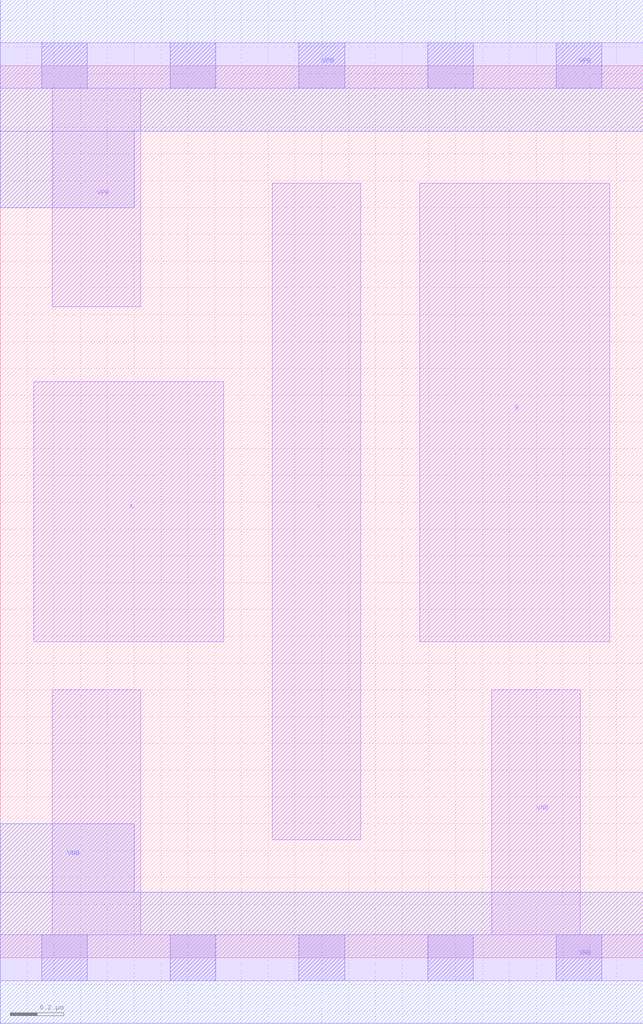
<source format=lef>
# Copyright 2020 The SkyWater PDK Authors
#
# Licensed under the Apache License, Version 2.0 (the "License");
# you may not use this file except in compliance with the License.
# You may obtain a copy of the License at
#
#     https://www.apache.org/licenses/LICENSE-2.0
#
# Unless required by applicable law or agreed to in writing, software
# distributed under the License is distributed on an "AS IS" BASIS,
# WITHOUT WARRANTIES OR CONDITIONS OF ANY KIND, either express or implied.
# See the License for the specific language governing permissions and
# limitations under the License.
#
# SPDX-License-Identifier: Apache-2.0

VERSION 5.7 ;
  NAMESCASESENSITIVE ON ;
  NOWIREEXTENSIONATPIN ON ;
  DIVIDERCHAR "/" ;
  BUSBITCHARS "[]" ;
UNITS
  DATABASE MICRONS 200 ;
END UNITS
MACRO sky130_fd_sc_lp__nor2_lp
  CLASS CORE ;
  SOURCE USER ;
  FOREIGN sky130_fd_sc_lp__nor2_lp ;
  ORIGIN  0.000000  0.000000 ;
  SIZE  2.400000 BY  3.330000 ;
  SYMMETRY X Y ;
  SITE unit ;
  PIN A
    ANTENNAGATEAREA  0.189000 ;
    DIRECTION INPUT ;
    USE SIGNAL ;
    PORT
      LAYER li1 ;
        RECT 0.125000 1.180000 0.835000 2.150000 ;
    END
  END A
  PIN B
    ANTENNAGATEAREA  0.189000 ;
    DIRECTION INPUT ;
    USE SIGNAL ;
    PORT
      LAYER li1 ;
        RECT 1.565000 1.180000 2.275000 2.890000 ;
    END
  END B
  PIN Y
    ANTENNADIFFAREA  0.237300 ;
    DIRECTION OUTPUT ;
    USE SIGNAL ;
    PORT
      LAYER li1 ;
        RECT 1.015000 0.440000 1.345000 2.890000 ;
    END
  END Y
  PIN VNB
    DIRECTION INOUT ;
    USE GROUND ;
    PORT
      LAYER li1 ;
        RECT 0.000000 -0.085000 2.400000 0.085000 ;
        RECT 0.195000  0.085000 0.525000 1.000000 ;
        RECT 1.835000  0.085000 2.165000 1.000000 ;
      LAYER mcon ;
        RECT 0.155000 -0.085000 0.325000 0.085000 ;
        RECT 0.635000 -0.085000 0.805000 0.085000 ;
        RECT 1.115000 -0.085000 1.285000 0.085000 ;
        RECT 1.595000 -0.085000 1.765000 0.085000 ;
        RECT 2.075000 -0.085000 2.245000 0.085000 ;
      LAYER met1 ;
        RECT 0.000000 -0.245000 2.400000 0.245000 ;
        RECT 0.000000  0.245000 0.500000 0.500000 ;
    END
  END VNB
  PIN VPB
    DIRECTION INOUT ;
    USE POWER ;
    PORT
      LAYER li1 ;
        RECT 0.000000 3.245000 2.400000 3.415000 ;
        RECT 0.195000 2.430000 0.525000 3.245000 ;
      LAYER mcon ;
        RECT 0.155000 3.245000 0.325000 3.415000 ;
        RECT 0.635000 3.245000 0.805000 3.415000 ;
        RECT 1.115000 3.245000 1.285000 3.415000 ;
        RECT 1.595000 3.245000 1.765000 3.415000 ;
        RECT 2.075000 3.245000 2.245000 3.415000 ;
      LAYER met1 ;
        RECT 0.000000 2.800000 0.500000 3.085000 ;
        RECT 0.000000 3.085000 2.400000 3.575000 ;
    END
  END VPB
END sky130_fd_sc_lp__nor2_lp

</source>
